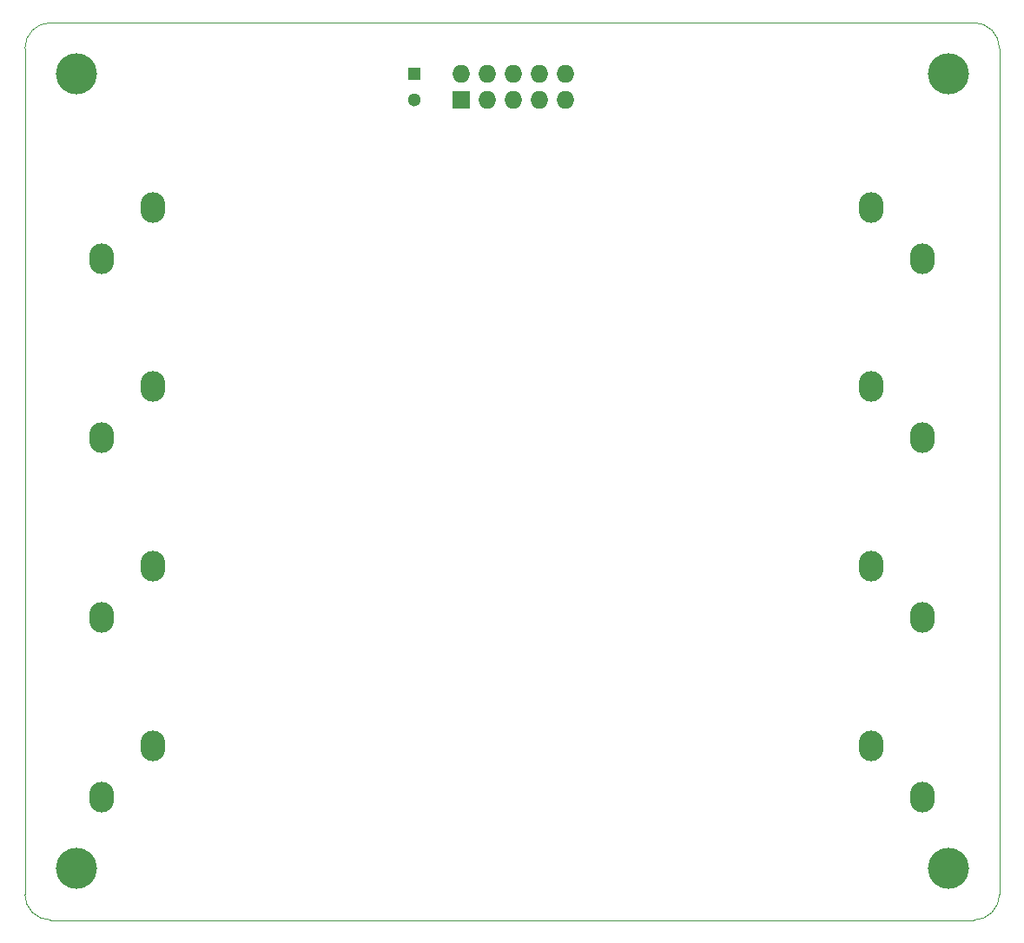
<source format=gts>
G04 #@! TF.FileFunction,Soldermask,Top*
%FSLAX46Y46*%
G04 Gerber Fmt 4.6, Leading zero omitted, Abs format (unit mm)*
G04 Created by KiCad (PCBNEW (2015-01-16 BZR 5376)-product) date 26/03/2015 17:18:18*
%MOMM*%
G01*
G04 APERTURE LIST*
%ADD10C,0.100000*%
%ADD11R,1.300000X1.300000*%
%ADD12C,1.300000*%
%ADD13O,2.400000X3.000000*%
%ADD14R,1.727200X1.727200*%
%ADD15O,1.727200X1.727200*%
%ADD16C,4.000000*%
G04 APERTURE END LIST*
D10*
X85000000Y-127500000D02*
X85000000Y-130000000D01*
X180000000Y-127500000D02*
X180000000Y-130000000D01*
X85000000Y-125000000D02*
X85000000Y-127500000D01*
X180000000Y-125000000D02*
X180000000Y-127500000D01*
X85000000Y-125000000D02*
X85000000Y-47500000D01*
X177500000Y-132500000D02*
X87500000Y-132500000D01*
X180000000Y-47500000D02*
X180000000Y-125000000D01*
X87500000Y-45000000D02*
G75*
G03X85000000Y-47500000I0J-2500000D01*
G01*
X85000000Y-130000000D02*
G75*
G03X87500000Y-132500000I2500000J0D01*
G01*
X177500000Y-132500000D02*
G75*
G03X180000000Y-130000000I0J2500000D01*
G01*
X180000000Y-47500000D02*
G75*
G03X177500000Y-45000000I-2500000J0D01*
G01*
X87500000Y-45000000D02*
X177500000Y-45000000D01*
D11*
X123000000Y-50000000D03*
D12*
X123000000Y-52500000D03*
D13*
X97500000Y-63000000D03*
X92500000Y-68000000D03*
X167500000Y-63000000D03*
X172500000Y-68000000D03*
X97500000Y-80500000D03*
X92500000Y-85500000D03*
X167500000Y-80500000D03*
X172500000Y-85500000D03*
X97500000Y-98000000D03*
X92500000Y-103000000D03*
X167500000Y-98000000D03*
X172500000Y-103000000D03*
X97500000Y-115500000D03*
X92500000Y-120500000D03*
X167500000Y-115500000D03*
X172500000Y-120500000D03*
D14*
X127500000Y-52500000D03*
D15*
X127500000Y-49960000D03*
X130040000Y-52500000D03*
X130040000Y-49960000D03*
X132580000Y-52500000D03*
X132580000Y-49960000D03*
X135120000Y-52500000D03*
X135120000Y-49960000D03*
X137660000Y-52500000D03*
X137660000Y-49960000D03*
D16*
X90000000Y-50000000D03*
X175000000Y-50000000D03*
X90000000Y-127500000D03*
X175000000Y-127500000D03*
M02*

</source>
